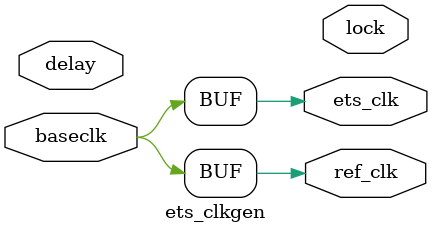
<source format=v>

`default_nettype none

module ets_clkgen(
    input wire baseclk,
    input wire [7:0] delay,
    output wire ref_clk,
    output wire ets_clk,
    output wire lock
);

	// XXX IMPLEMENT ME XXX
	assign ets_clk = baseclk;
	assign ref_clk = baseclk;


endmodule

</source>
